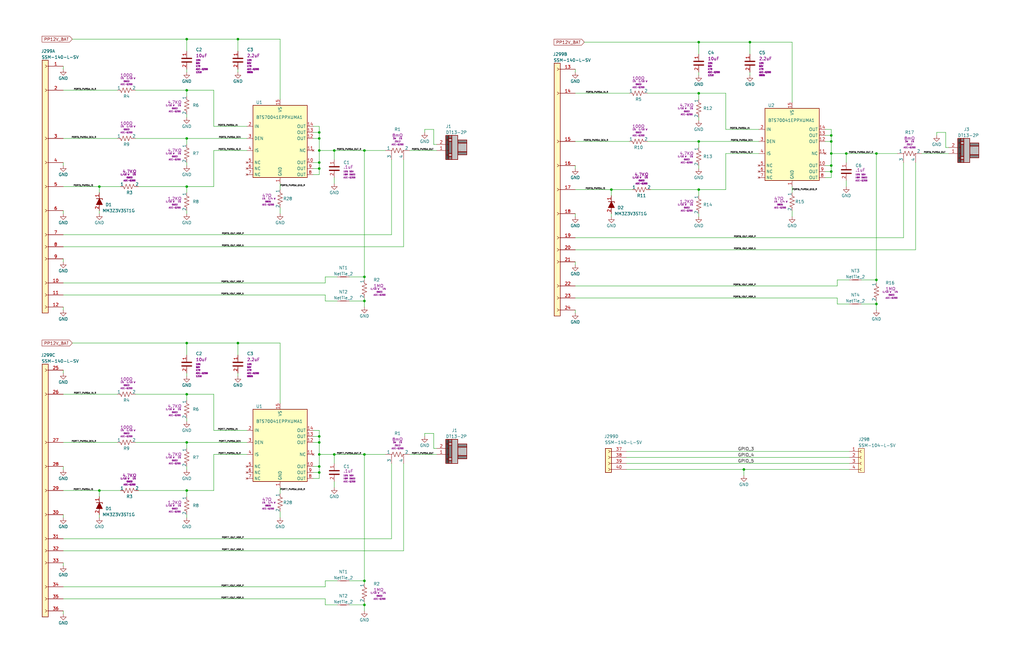
<source format=kicad_sch>
(kicad_sch (version 20231120) (generator "eeschema") (generator_version "8.0")
  (paper "B")
  (junction (at 153.67 116.84))
  (junction (at 350.52 59.69))
  (junction (at 294.64 17.78))
  (junction (at 134.62 55.88))
  (junction (at 78.74 144.78))
  (junction (at 134.62 186.69))
  (junction (at 41.91 207.01))
  (junction (at 313.69 198.12))
  (junction (at 294.64 80.01))
  (junction (at 78.74 38.1))
  (junction (at 369.57 118.11))
  (junction (at 134.62 196.85))
  (junction (at 153.67 63.5))
  (junction (at 369.57 128.27))
  (junction (at 153.67 191.77))
  (junction (at 140.97 63.5))
  (junction (at 134.62 191.77))
  (junction (at 100.33 144.78))
  (junction (at 78.74 207.01))
  (junction (at 134.62 199.39))
  (junction (at 350.52 69.85))
  (junction (at 153.67 255.27))
  (junction (at 78.74 78.74))
  (junction (at 78.74 16.51))
  (junction (at 140.97 191.77))
  (junction (at 134.62 71.12))
  (junction (at 78.74 58.42))
  (junction (at 294.64 39.37))
  (junction (at 294.64 59.69))
  (junction (at 257.81 80.01))
  (junction (at 350.52 72.39))
  (junction (at 134.62 63.5))
  (junction (at 153.67 245.11))
  (junction (at 41.91 78.74))
  (junction (at 350.52 57.15))
  (junction (at 350.52 64.77))
  (junction (at 356.87 64.77))
  (junction (at 316.23 17.78))
  (junction (at 153.67 127))
  (junction (at 78.74 166.37))
  (junction (at 134.62 184.15))
  (junction (at 100.33 16.51))
  (junction (at 369.57 64.77))
  (junction (at 78.74 186.69))
  (junction (at 134.62 68.58))
  (junction (at 134.62 58.42))
  (wire (pts (xy 242.57 120.65) (xy 353.06 120.65)))
  (wire (pts (xy 242.57 59.69) (xy 265.43 59.69)))
  (wire (pts (xy 353.06 118.11) (xy 353.06 120.65)))
  (wire (pts (xy 242.57 125.73) (xy 353.06 125.73)))
  (wire (pts (xy 353.06 128.27) (xy 353.06 125.73)))
  (wire (pts (xy 26.67 119.38) (xy 137.16 119.38)))
  (wire (pts (xy 90.17 191.77) (xy 104.14 191.77)))
  (wire (pts (xy 153.67 127) (xy 153.67 129.54)))
  (wire (pts (xy 165.1 99.06) (xy 165.1 67.31)))
  (wire (pts (xy 242.57 69.85) (xy 242.57 71.12)))
  (wire (pts (xy 26.67 257.81) (xy 26.67 259.08)))
  (wire (pts (xy 294.64 80.01) (xy 306.07 80.01)))
  (wire (pts (xy 134.62 186.69) (xy 134.62 184.15)))
  (wire (pts (xy 294.64 80.01) (xy 294.64 82.55)))
  (wire (pts (xy 132.08 71.12) (xy 134.62 71.12)))
  (wire (pts (xy 140.97 63.5) (xy 153.67 63.5)))
  (wire (pts (xy 57.15 186.69) (xy 78.74 186.69)))
  (wire (pts (xy 57.15 58.42) (xy 78.74 58.42)))
  (wire (pts (xy 242.57 90.17) (xy 242.57 91.44)))
  (wire (pts (xy 132.08 68.58) (xy 134.62 68.58)))
  (wire (pts (xy 134.62 184.15) (xy 134.62 181.61)))
  (wire (pts (xy 78.74 29.21) (xy 78.74 30.48)))
  (wire (pts (xy 58.42 207.01) (xy 78.74 207.01)))
  (wire (pts (xy 347.98 69.85) (xy 350.52 69.85)))
  (wire (pts (xy 369.57 64.77) (xy 378.46 64.77)))
  (wire (pts (xy 132.08 73.66) (xy 134.62 73.66)))
  (wire (pts (xy 26.67 124.46) (xy 137.16 124.46)))
  (wire (pts (xy 134.62 55.88) (xy 134.62 53.34)))
  (wire (pts (xy 316.23 30.48) (xy 316.23 31.75)))
  (wire (pts (xy 26.67 109.22) (xy 26.67 110.49)))
  (wire (pts (xy 41.91 217.17) (xy 41.91 218.44)))
  (wire (pts (xy 306.07 64.77) (xy 306.07 80.01)))
  (wire (pts (xy 153.67 191.77) (xy 153.67 245.11)))
  (wire (pts (xy 394.97 55.88) (xy 394.97 57.15)))
  (wire (pts (xy 100.33 144.78) (xy 100.33 149.86)))
  (wire (pts (xy 137.16 245.11) (xy 142.24 245.11)))
  (wire (pts (xy 90.17 191.77) (xy 90.17 207.01)))
  (wire (pts (xy 118.11 144.78) (xy 118.11 170.18)))
  (wire (pts (xy 90.17 63.5) (xy 104.14 63.5)))
  (wire (pts (xy 153.67 125.73) (xy 153.67 127)))
  (wire (pts (xy 356.87 64.77) (xy 369.57 64.77)))
  (wire (pts (xy 294.64 59.69) (xy 294.64 62.23)))
  (wire (pts (xy 137.16 255.27) (xy 142.24 255.27)))
  (wire (pts (xy 118.11 77.47) (xy 118.11 80.01)))
  (wire (pts (xy 26.67 207.01) (xy 41.91 207.01)))
  (wire (pts (xy 316.23 17.78) (xy 316.23 22.86)))
  (wire (pts (xy 26.67 156.21) (xy 26.67 157.48)))
  (wire (pts (xy 26.67 217.17) (xy 26.67 218.44)))
  (wire (pts (xy 334.01 88.9) (xy 334.01 91.44)))
  (wire (pts (xy 78.74 186.69) (xy 78.74 189.23)))
  (wire (pts (xy 132.08 186.69) (xy 134.62 186.69)))
  (wire (pts (xy 264.16 193.04) (xy 358.14 193.04)))
  (wire (pts (xy 353.06 118.11) (xy 358.14 118.11)))
  (wire (pts (xy 100.33 16.51) (xy 118.11 16.51)))
  (wire (pts (xy 182.88 182.88) (xy 179.07 182.88)))
  (wire (pts (xy 132.08 55.88) (xy 134.62 55.88)))
  (wire (pts (xy 356.87 64.77) (xy 356.87 68.58)))
  (wire (pts (xy 26.67 104.14) (xy 170.18 104.14)))
  (wire (pts (xy 274.32 80.01) (xy 294.64 80.01)))
  (wire (pts (xy 26.67 232.41) (xy 170.18 232.41)))
  (wire (pts (xy 100.33 144.78) (xy 118.11 144.78)))
  (wire (pts (xy 134.62 191.77) (xy 140.97 191.77)))
  (wire (pts (xy 78.74 157.48) (xy 78.74 158.75)))
  (wire (pts (xy 78.74 88.9) (xy 78.74 90.17)))
  (wire (pts (xy 134.62 53.34) (xy 132.08 53.34)))
  (wire (pts (xy 153.67 191.77) (xy 162.56 191.77)))
  (wire (pts (xy 78.74 38.1) (xy 90.17 38.1)))
  (wire (pts (xy 78.74 144.78) (xy 78.74 149.86)))
  (wire (pts (xy 90.17 38.1) (xy 90.17 53.34)))
  (wire (pts (xy 369.57 128.27) (xy 369.57 130.81)))
  (wire (pts (xy 294.64 30.48) (xy 294.64 31.75)))
  (wire (pts (xy 363.22 118.11) (xy 369.57 118.11)))
  (wire (pts (xy 118.11 205.74) (xy 118.11 208.28)))
  (wire (pts (xy 369.57 64.77) (xy 369.57 118.11)))
  (wire (pts (xy 140.97 191.77) (xy 140.97 195.58)))
  (wire (pts (xy 78.74 58.42) (xy 78.74 60.96)))
  (wire (pts (xy 78.74 196.85) (xy 78.74 198.12)))
  (wire (pts (xy 273.05 39.37) (xy 294.64 39.37)))
  (wire (pts (xy 78.74 78.74) (xy 90.17 78.74)))
  (wire (pts (xy 294.64 90.17) (xy 294.64 91.44)))
  (wire (pts (xy 313.69 198.12) (xy 358.14 198.12)))
  (wire (pts (xy 350.52 64.77) (xy 356.87 64.77)))
  (wire (pts (xy 57.15 166.37) (xy 78.74 166.37)))
  (wire (pts (xy 242.57 29.21) (xy 242.57 30.48)))
  (wire (pts (xy 306.07 54.61) (xy 320.04 54.61)))
  (wire (pts (xy 347.98 72.39) (xy 350.52 72.39)))
  (wire (pts (xy 26.67 237.49) (xy 26.67 238.76)))
  (wire (pts (xy 26.67 68.58) (xy 26.67 69.85)))
  (wire (pts (xy 132.08 184.15) (xy 134.62 184.15)))
  (wire (pts (xy 134.62 191.77) (xy 134.62 186.69)))
  (wire (pts (xy 386.08 105.41) (xy 386.08 68.58)))
  (wire (pts (xy 246.38 17.78) (xy 294.64 17.78)))
  (wire (pts (xy 350.52 54.61) (xy 347.98 54.61)))
  (wire (pts (xy 153.67 63.5) (xy 153.67 116.84)))
  (wire (pts (xy 41.91 78.74) (xy 50.8 78.74)))
  (wire (pts (xy 313.69 198.12) (xy 313.69 200.66)))
  (wire (pts (xy 294.64 39.37) (xy 306.07 39.37)))
  (wire (pts (xy 257.81 80.01) (xy 266.7 80.01)))
  (wire (pts (xy 353.06 128.27) (xy 358.14 128.27)))
  (wire (pts (xy 134.62 196.85) (xy 134.62 199.39)))
  (wire (pts (xy 182.88 189.23) (xy 184.15 189.23)))
  (wire (pts (xy 26.67 227.33) (xy 165.1 227.33)))
  (wire (pts (xy 170.18 232.41) (xy 170.18 195.58)))
  (wire (pts (xy 179.07 182.88) (xy 179.07 184.15)))
  (wire (pts (xy 57.15 38.1) (xy 78.74 38.1)))
  (wire (pts (xy 26.67 88.9) (xy 26.67 90.17)))
  (wire (pts (xy 140.97 74.93) (xy 140.97 77.47)))
  (wire (pts (xy 26.67 166.37) (xy 49.53 166.37)))
  (wire (pts (xy 347.98 57.15) (xy 350.52 57.15)))
  (wire (pts (xy 242.57 110.49) (xy 242.57 111.76)))
  (wire (pts (xy 147.32 245.11) (xy 153.67 245.11)))
  (wire (pts (xy 118.11 16.51) (xy 118.11 41.91)))
  (wire (pts (xy 137.16 255.27) (xy 137.16 252.73)))
  (wire (pts (xy 306.07 39.37) (xy 306.07 54.61)))
  (wire (pts (xy 100.33 29.21) (xy 100.33 30.48)))
  (wire (pts (xy 26.67 27.94) (xy 26.67 29.21)))
  (wire (pts (xy 356.87 76.2) (xy 356.87 78.74)))
  (wire (pts (xy 78.74 16.51) (xy 78.74 21.59)))
  (wire (pts (xy 398.78 62.23) (xy 398.78 55.88)))
  (wire (pts (xy 350.52 57.15) (xy 350.52 54.61)))
  (wire (pts (xy 78.74 68.58) (xy 78.74 69.85)))
  (wire (pts (xy 350.52 64.77) (xy 350.52 69.85)))
  (wire (pts (xy 140.97 191.77) (xy 153.67 191.77)))
  (wire (pts (xy 41.91 207.01) (xy 41.91 209.55)))
  (wire (pts (xy 179.07 54.61) (xy 179.07 55.88)))
  (wire (pts (xy 41.91 88.9) (xy 41.91 90.17)))
  (wire (pts (xy 242.57 105.41) (xy 386.08 105.41)))
  (wire (pts (xy 132.08 201.93) (xy 134.62 201.93)))
  (wire (pts (xy 170.18 104.14) (xy 170.18 67.31)))
  (wire (pts (xy 132.08 196.85) (xy 134.62 196.85)))
  (wire (pts (xy 182.88 60.96) (xy 184.15 60.96)))
  (wire (pts (xy 118.11 215.9) (xy 118.11 218.44)))
  (wire (pts (xy 257.81 90.17) (xy 257.81 91.44)))
  (wire (pts (xy 182.88 189.23) (xy 182.88 182.88)))
  (wire (pts (xy 242.57 130.81) (xy 242.57 132.08)))
  (wire (pts (xy 26.67 196.85) (xy 26.67 198.12)))
  (wire (pts (xy 350.52 59.69) (xy 350.52 57.15)))
  (wire (pts (xy 26.67 99.06) (xy 165.1 99.06)))
  (wire (pts (xy 134.62 68.58) (xy 134.62 71.12)))
  (wire (pts (xy 294.64 39.37) (xy 294.64 41.91)))
  (wire (pts (xy 134.62 63.5) (xy 134.62 58.42)))
  (wire (pts (xy 26.67 186.69) (xy 49.53 186.69)))
  (wire (pts (xy 78.74 16.51) (xy 100.33 16.51)))
  (wire (pts (xy 257.81 80.01) (xy 257.81 82.55)))
  (wire (pts (xy 78.74 207.01) (xy 78.74 209.55)))
  (wire (pts (xy 242.57 100.33) (xy 381 100.33)))
  (wire (pts (xy 78.74 166.37) (xy 90.17 166.37)))
  (wire (pts (xy 140.97 203.2) (xy 140.97 205.74)))
  (wire (pts (xy 134.62 63.5) (xy 140.97 63.5)))
  (wire (pts (xy 26.67 247.65) (xy 137.16 247.65)))
  (wire (pts (xy 264.16 195.58) (xy 358.14 195.58)))
  (wire (pts (xy 398.78 55.88) (xy 394.97 55.88)))
  (wire (pts (xy 334.01 78.74) (xy 334.01 81.28)))
  (wire (pts (xy 140.97 63.5) (xy 140.97 67.31)))
  (wire (pts (xy 381 100.33) (xy 381 68.58)))
  (wire (pts (xy 134.62 199.39) (xy 134.62 201.93)))
  (wire (pts (xy 363.22 128.27) (xy 369.57 128.27)))
  (wire (pts (xy 350.52 64.77) (xy 350.52 59.69)))
  (wire (pts (xy 334.01 17.78) (xy 334.01 43.18)))
  (wire (pts (xy 147.32 255.27) (xy 153.67 255.27)))
  (wire (pts (xy 137.16 116.84) (xy 137.16 119.38)))
  (wire (pts (xy 182.88 60.96) (xy 182.88 54.61)))
  (wire (pts (xy 118.11 87.63) (xy 118.11 90.17)))
  (wire (pts (xy 294.64 17.78) (xy 294.64 22.86)))
  (wire (pts (xy 153.67 116.84) (xy 153.67 118.11)))
  (wire (pts (xy 100.33 16.51) (xy 100.33 21.59)))
  (wire (pts (xy 153.67 245.11) (xy 153.67 246.38)))
  (wire (pts (xy 134.62 71.12) (xy 134.62 73.66)))
  (wire (pts (xy 78.74 58.42) (xy 104.14 58.42)))
  (wire (pts (xy 58.42 78.74) (xy 78.74 78.74)))
  (wire (pts (xy 294.64 49.53) (xy 294.64 50.8)))
  (wire (pts (xy 78.74 207.01) (xy 90.17 207.01)))
  (wire (pts (xy 78.74 166.37) (xy 78.74 168.91)))
  (wire (pts (xy 182.88 54.61) (xy 179.07 54.61)))
  (wire (pts (xy 316.23 17.78) (xy 334.01 17.78)))
  (wire (pts (xy 369.57 127) (xy 369.57 128.27)))
  (wire (pts (xy 294.64 17.78) (xy 316.23 17.78)))
  (wire (pts (xy 347.98 74.93) (xy 350.52 74.93)))
  (wire (pts (xy 153.67 63.5) (xy 162.56 63.5)))
  (wire (pts (xy 137.16 116.84) (xy 142.24 116.84)))
  (wire (pts (xy 78.74 78.74) (xy 78.74 81.28)))
  (wire (pts (xy 90.17 63.5) (xy 90.17 78.74)))
  (wire (pts (xy 153.67 254) (xy 153.67 255.27)))
  (wire (pts (xy 134.62 63.5) (xy 134.62 68.58)))
  (wire (pts (xy 165.1 227.33) (xy 165.1 195.58)))
  (wire (pts (xy 147.32 116.84) (xy 153.67 116.84)))
  (wire (pts (xy 134.62 191.77) (xy 134.62 196.85)))
  (wire (pts (xy 30.48 16.51) (xy 78.74 16.51)))
  (wire (pts (xy 350.52 72.39) (xy 350.52 74.93)))
  (wire (pts (xy 90.17 53.34) (xy 104.14 53.34)))
  (wire (pts (xy 294.64 69.85) (xy 294.64 71.12)))
  (wire (pts (xy 78.74 186.69) (xy 104.14 186.69)))
  (wire (pts (xy 264.16 190.5) (xy 358.14 190.5)))
  (wire (pts (xy 132.08 199.39) (xy 134.62 199.39)))
  (wire (pts (xy 78.74 48.26) (xy 78.74 49.53)))
  (wire (pts (xy 26.67 129.54) (xy 26.67 130.81)))
  (wire (pts (xy 306.07 64.77) (xy 320.04 64.77)))
  (wire (pts (xy 78.74 176.53) (xy 78.74 177.8)))
  (wire (pts (xy 134.62 181.61) (xy 132.08 181.61)))
  (wire (pts (xy 398.78 62.23) (xy 400.05 62.23)))
  (wire (pts (xy 172.72 191.77) (xy 184.15 191.77)))
  (wire (pts (xy 369.57 118.11) (xy 369.57 119.38)))
  (wire (pts (xy 78.74 38.1) (xy 78.74 40.64)))
  (wire (pts (xy 242.57 80.01) (xy 257.81 80.01)))
  (wire (pts (xy 137.16 127) (xy 142.24 127)))
  (wire (pts (xy 172.72 63.5) (xy 184.15 63.5)))
  (wire (pts (xy 78.74 217.17) (xy 78.74 218.44)))
  (wire (pts (xy 30.48 144.78) (xy 78.74 144.78)))
  (wire (pts (xy 137.16 245.11) (xy 137.16 247.65)))
  (wire (pts (xy 242.57 39.37) (xy 265.43 39.37)))
  (wire (pts (xy 388.62 64.77) (xy 400.05 64.77)))
  (wire (pts (xy 26.67 78.74) (xy 41.91 78.74)))
  (wire (pts (xy 347.98 59.69) (xy 350.52 59.69)))
  (wire (pts (xy 26.67 252.73) (xy 137.16 252.73)))
  (wire (pts (xy 137.16 127) (xy 137.16 124.46)))
  (wire (pts (xy 90.17 181.61) (xy 104.14 181.61)))
  (wire (pts (xy 273.05 59.69) (xy 294.64 59.69)))
  (wire (pts (xy 132.08 58.42) (xy 134.62 58.42)))
  (wire (pts (xy 26.67 38.1) (xy 49.53 38.1)))
  (wire (pts (xy 26.67 58.42) (xy 49.53 58.42)))
  (wire (pts (xy 147.32 127) (xy 153.67 127)))
  (wire (pts (xy 78.74 144.78) (xy 100.33 144.78)))
  (wire (pts (xy 100.33 157.48) (xy 100.33 158.75)))
  (wire (pts (xy 41.91 78.74) (xy 41.91 81.28)))
  (wire (pts (xy 264.16 198.12) (xy 313.69 198.12)))
  (wire (pts (xy 90.17 166.37) (xy 90.17 181.61)))
  (wire (pts (xy 350.52 69.85) (xy 350.52 72.39)))
  (wire (pts (xy 41.91 207.01) (xy 50.8 207.01)))
  (wire (pts (xy 134.62 58.42) (xy 134.62 55.88)))
  (wire (pts (xy 153.67 255.27) (xy 153.67 257.81)))
  (wire (pts (xy 294.64 59.69) (xy 320.04 59.69)))
  (label "PORT7_VOUT_MSR_N" (at 102.87 252.73 180) (effects (font (size 0.635 0.635))))
  (label "PORT7_PWRSW_OUT_R" (at 152.4 191.77 180) (effects (font (size 0.635 0.635))))
  (label "PORT5_IOUT_MSR_P" (at 102.87 99.06 180) (effects (font (size 0.635 0.635))))
  (label "PORT7_PWRSW_IS" (at 39.37 207.01 180) (effects (font (size 0.635 0.635))))
  (label "PORT6_PWRSW_IN" (at 316.23 54.61 180) (effects (font (size 0.635 0.635))))
  (label "PORT7_PWRSW_IS_R" (at 101.6 191.77 180) (effects (font (size 0.635 0.635))))
  (label "PORT6_PWRSW_OUT_R" (at 368.3 64.77 180) (effects (font (size 0.635 0.635))))
  (label "PORT6_PWRSW_DEN_R" (at 256.54 59.69 180) (effects (font (size 0.635 0.635))))
  (label "PORT6_PWRSW_IS" (at 255.27 80.01 180) (effects (font (size 0.635 0.635))))
  (label "PORT6_VOUT_MSR_P" (at 318.77 120.65 180) (effects (font (size 0.635 0.635))))
  (label "PORT7_PWRSW_OUT" (at 182.88 191.77 180) (effects (font (size 0.635 0.635))))
  (label "PORT5_PWRSW_DEN" (at 101.6 58.42 180) (effects (font (size 0.635 0.635))))
  (label "PORT7_PWRSW_IN_R" (at 40.64 166.37 180) (effects (font (size 0.635 0.635))))
  (label "PORT5_PWRSW_IS_R" (at 101.6 63.5 180) (effects (font (size 0.635 0.635))))
  (label "PORT7_PWRSW_DEN_R" (at 40.64 186.69 180) (effects (font (size 0.635 0.635))))
  (label "GPIO_3" (at 311.15 190.5 0))
  (label "PORT6_PWRSW_IS_R" (at 317.5 64.77 180) (effects (font (size 0.635 0.635))))
  (label "PORT5_IOUT_MSR_N" (at 102.87 104.14 180) (effects (font (size 0.635 0.635))))
  (label "GPIO_4" (at 311.15 193.04 0))
  (label "PORT5_PWRSW_OUT" (at 182.88 63.5 180) (effects (font (size 0.635 0.635))))
  (label "PORT5_VOUT_MSR_N" (at 102.87 124.46 180) (effects (font (size 0.635 0.635))))
  (label "PORT7_VOUT_MSR_P" (at 102.87 247.65 180) (effects (font (size 0.635 0.635))))
  (label "PORT5_VOUT_MSR_P" (at 102.87 119.38 180) (effects (font (size 0.635 0.635))))
  (label "PORT6_PWRSW_OUT" (at 398.78 64.77 180) (effects (font (size 0.635 0.635))))
  (label "PORT6_PWRSW_DEN" (at 317.5 59.69 180) (effects (font (size 0.635 0.635))))
  (label "PORT7_PWRSW_IN" (at 100.33 181.61 180) (effects (font (size 0.635 0.635))))
  (label "PORT7_PWRSW_DEN" (at 101.6 186.69 180) (effects (font (size 0.635 0.635))))
  (label "PORT5_PWRSW_DEN_R" (at 40.64 58.42 180) (effects (font (size 0.635 0.635))))
  (label "PORT5_PWRSW_IS" (at 39.37 78.74 180) (effects (font (size 0.635 0.635))))
  (label "PORT5_PWRSW_IN_R" (at 40.64 38.1 180) (effects (font (size 0.635 0.635))))
  (label "PORT5_PWRSW_IN" (at 100.33 53.34 180) (effects (font (size 0.635 0.635))))
  (label "PORT5_PWRSW_OUT_R" (at 152.4 63.5 180) (effects (font (size 0.635 0.635))))
  (label "GPIO_5" (at 311.15 195.58 0))
  (label "PORT6_PWRSW_IN_R" (at 256.54 39.37 180) (effects (font (size 0.635 0.635))))
  (label "PORT6_IOUT_MSR_N" (at 318.77 105.41 180) (effects (font (size 0.635 0.635))))
  (label "PORT7_IOUT_MSR_P" (at 102.87 227.33 180) (effects (font (size 0.635 0.635))))
  (label "PORT7_IOUT_MSR_N" (at 102.87 232.41 180) (effects (font (size 0.635 0.635))))
  (label "PORT7_PWRSW_GND_R" (at 118.11 207.01 0) (effects (font (size 0.635 0.635))))
  (label "PORT6_IOUT_MSR_P" (at 318.77 100.33 180) (effects (font (size 0.635 0.635))))
  (label "PORT5_PWRSW_GND_R" (at 118.11 78.74 0) (effects (font (size 0.635 0.635))))
  (label "PORT6_PWRSW_GND_R" (at 334.01 80.4221 0) (effects (font (size 0.635 0.635))))
  (label "PORT6_VOUT_MSR_N" (at 318.77 125.73 180) (effects (font (size 0.635 0.635))))
  (global_label "PP12V_BAT" (shape input) (at 246.38 17.78 180) (property "Intersheetrefs" "${INTERSHEET_REFS}" (effects (hide yes))))
  (global_label "PP12V_BAT" (shape input) (at 30.48 16.51 180) (property "Intersheetrefs" "${INTERSHEET_REFS}" (effects (hide yes))))
  (global_label "PP12V_BAT" (shape input) (at 30.48 144.78 180) (property "Intersheetrefs" "${INTERSHEET_REFS}" (effects (hide yes))))
  (symbol (lib_id "DO_POWER:GND") (at 394.97 57.15 0) (unit 1)
    (property "Reference" "#PWR040" (effects (hide yes)))
    (property "Value" "GND" (at 394.97 60.96 0))
  )
  (symbol (lib_name "BTS70041EPPXUMA1_1") (lib_id "DO_POWER_SWITCHES:BTS70041EPPXUMA1") (at 118.11 191.77 0) (unit 1)
    (property "Reference" "U1" (at 107.95 171.45 0) (effects (justify left)))
    (property "Value" "BTS70041EPPXUMA1" (at 107.95 177.8 0) (effects (justify left)))
    (property "Footprint" "Package_SO:Infineon_PG-TSDSO-14-22" (effects (hide yes)))
    (property "Datasheet" "https://www.infineon.com/dgdl/Infineon-BTS7004-1EPP-DataSheet-v01_10-EN.pdf?fileId=5546d4626102d35a016147550a725555" (effects (hide yes)))
  )
  (symbol (lib_id "DO_POWER:GND") (at 140.97 77.47 0) (unit 1)
    (property "Reference" "#PWR08" (effects (hide yes)))
    (property "Value" "GND" (at 140.97 81.28 0))
  )
  (symbol (lib_name "R_0603_1") (lib_id "DO_RESISTORS:R_0603") (at 54.61 207.01 0) (unit 1) (convert 2)
    (property "Reference" "R3" (at 54.61 209.55 0))
    (property "Value" "R_0603" (effects (hide yes)))
    (property "Package" "0603" (at 54.61 203.2 0) (effects (font (size 0.635 0.635))))
    (property "Resistance" "4.7KΩ" (at 54.61 200.66 0))
    (property "Tolerance" "1%" (at 55.88 201.93 0) (effects (font (size 0.635 0.635)) (justify left)))
    (property "Power" "1/10 W" (at 50.8 201.93 0) (effects (font (size 0.635 0.635)) (justify left)))
    (property "Rating" "AEC-Q200" (at 54.61 204.47 0) (effects (font (size 0.635 0.635))))
    (property "PN" "RMCF0603FT4K70" (effects (hide yes)))
    (property "MFR" "Stackpole Electronics Inc" (effects (hide yes)))
  )
  (symbol (lib_id "DO_POWER:GND") (at 294.64 71.12 0) (unit 1)
    (property "Reference" "#PWR019" (effects (hide yes)))
    (property "Value" "GND" (at 294.64 74.93 0))
  )
  (symbol (lib_id "DO_RESISTORS:R_0603") (at 369.57 123.19 0) (unit 1)
    (property "Reference" "R16" (at 373.38 119.38 0) (effects (justify left)))
    (property "Value" "R_0603" (effects (hide yes)))
    (property "Package" "0603" (at 374.65 124.46 0) (effects (font (size 0.635 0.635)) (justify left)))
    (property "Resistance" "1MΩ" (at 373.38 121.92 0) (effects (justify left)))
    (property "Tolerance" "1%" (at 377.19 123.19 0) (effects (font (size 0.635 0.635)) (justify left)))
    (property "Power" "1/10 W" (at 372.11 123.19 0) (effects (font (size 0.635 0.635)) (justify left)))
    (property "Rating" "AEC-Q200" (at 373.38 125.73 0) (effects (font (size 0.635 0.635)) (justify left)))
    (property "PN" "Part Number?" (effects (hide yes)))
  )
  (symbol (lib_name "C_1210_1") (lib_id "DO_CAPACITORS:C_1210") (at 78.74 153.67 0) (unit 1)
    (property "Reference" "C2" (at 82.55 149.225 0) (effects (justify left)))
    (property "Value" "C_1210" (effects (hide yes)))
    (property "Capacitance" "10uF" (at 82.55 151.765 0) (effects (justify left)))
    (property "Tolerance" "10%" (at 82.55 153.67 0) (effects (font (size 0.635 0.635)) (justify left)))
    (property "Voltage_Rated" "50V" (at 82.55 154.94 0) (effects (font (size 0.635 0.635)) (justify left)))
    (property "Temp_Coefficient" "X7R" (at 82.55 156.21 0) (effects (font (size 0.635 0.635)) (justify left)))
    (property "Rating" "AEC-Q200" (at 82.55 157.48 0) (effects (font (size 0.635 0.635)) (justify left)))
    (property "Package" "1210" (at 82.55 158.75 0) (effects (font (size 0.635 0.635)) (justify left)))
    (property "MFR" "TDK Corporation" (effects (hide yes)))
    (property "PN" "CNA6P1X7R1H106K250AE" (effects (hide yes)))
  )
  (symbol (lib_name "C_0603_1") (lib_id "DO_CAPACITORS:C_0603") (at 140.97 199.39 0) (unit 1)
    (property "Reference" "C1" (at 144.78 196.85 0) (effects (justify left)))
    (property "Value" "C_0603" (effects (hide yes)))
    (property "Datasheet" "https://product.tdk.com/en/system/files?file=dam/doc/product/capacitor/ceramic/mlcc/catalog/mlcc_automotive_hightemp_en.pdf" (effects (hide yes)))
    (property "Capacitance" ".1uF" (at 144.78 198.755 0) (effects (justify left)))
    (property "Tolerance" "10%" (at 144.78 200.66 0) (effects (font (size 0.635 0.635)) (justify left)))
    (property "Voltage_Rated" "50V" (at 147.32 200.66 0) (effects (font (size 0.635 0.635)) (justify left)))
    (property "Temp_Coefficient" "X8R" (at 144.78 201.93 0) (effects (font (size 0.635 0.635)) (justify left)))
    (property "Rating" "AEC-Q200" (at 144.78 203.2 0) (effects (font (size 0.635 0.635)) (justify left)))
    (property "Package" "0603" (at 147.32 201.93 0) (effects (font (size 0.635 0.635)) (justify left)))
    (property "MFR" "TDK Corporation" (effects (hide yes)))
    (property "PN" "CGA3E3X8R1H104K080AB" (effects (hide yes)))
  )
  (symbol (lib_id "DO_POWER:GND") (at 356.87 78.74 0) (unit 1)
    (property "Reference" "#PWR038" (effects (hide yes)))
    (property "Value" "GND" (at 356.87 82.55 0))
  )
  (symbol (lib_name "R_0603_1") (lib_id "DO_RESISTORS:R_0603") (at 78.74 64.77 0) (unit 1)
    (property "Reference" "R7" (at 82.55 64.77 0))
    (property "Value" "R_0603" (effects (hide yes)))
    (property "Package" "0603" (at 73.66 66.04 0) (effects (font (size 0.635 0.635))))
    (property "Resistance" "4.7KΩ" (at 73.66 63.5 0))
    (property "Tolerance" "1%" (at 74.93 64.77 0) (effects (font (size 0.635 0.635)) (justify left)))
    (property "Power" "1/10 W" (at 69.85 64.77 0) (effects (font (size 0.635 0.635)) (justify left)))
    (property "Rating" "AEC-Q200" (at 73.66 67.31 0) (effects (font (size 0.635 0.635))))
    (property "PN" "RMCF0603FT4K70" (effects (hide yes)))
    (property "MFR" "Stackpole Electronics Inc" (effects (hide yes)))
  )
  (symbol (lib_name "R_0603_1") (lib_id "DO_RESISTORS:R_0603") (at 270.51 80.01 0) (unit 1) (convert 2)
    (property "Reference" "R11" (at 270.51 82.55 0))
    (property "Value" "R_0603" (effects (hide yes)))
    (property "Package" "0603" (at 270.51 76.2 0) (effects (font (size 0.635 0.635))))
    (property "Resistance" "4.7KΩ" (at 270.51 73.66 0))
    (property "Tolerance" "1%" (at 271.78 74.93 0) (effects (font (size 0.635 0.635)) (justify left)))
    (property "Power" "1/10 W" (at 266.7 74.93 0) (effects (font (size 0.635 0.635)) (justify left)))
    (property "Rating" "AEC-Q200" (at 270.51 77.47 0) (effects (font (size 0.635 0.635))))
    (property "PN" "RMCF0603FT4K70" (effects (hide yes)))
    (property "MFR" "Stackpole Electronics Inc" (effects (hide yes)))
  )
  (symbol (lib_id "DO_POWER:GND") (at 242.57 132.08 0) (unit 1)
    (property "Reference" "#PWR030" (effects (hide yes)))
    (property "Value" "GND" (at 242.57 135.89 0))
  )
  (symbol (lib_id "DO_POWER:GND") (at 26.67 218.44 0) (unit 1)
    (property "Reference" "#PWR026" (effects (hide yes)))
    (property "Value" "GND" (at 26.67 222.25 0))
  )
  (symbol (lib_id "DO_POWER:GND") (at 26.67 90.17 0) (unit 1)
    (property "Reference" "#PWR026" (effects (hide yes)))
    (property "Value" "GND" (at 26.67 93.98 0))
  )
  (symbol (lib_name "R_0603_1") (lib_id "DO_RESISTORS:R_0603") (at 294.64 86.36 0) (unit 1)
    (property "Reference" "R14" (at 298.45 86.36 0))
    (property "Value" "R_0603" (effects (hide yes)))
    (property "Package" "0603" (at 289.56 87.63 0) (effects (font (size 0.635 0.635))))
    (property "Resistance" "1.2KΩ" (at 289.56 85.09 0))
    (property "Tolerance" "1%" (at 290.83 86.36 0) (effects (font (size 0.635 0.635)) (justify left)))
    (property "Power" "1/10 W" (at 285.75 86.36 0) (effects (font (size 0.635 0.635)) (justify left)))
    (property "Rating" "AEC-Q200" (at 289.56 88.9 0) (effects (font (size 0.635 0.635))))
    (property "PN" "RMCF0603FT1K20" (effects (hide yes)))
    (property "MFR" "Stackpole Electronics Inc" (effects (hide yes)))
  )
  (symbol (lib_id "DO_POWER:GND") (at 78.74 69.85 0) (unit 1)
    (property "Reference" "#PWR04" (effects (hide yes)))
    (property "Value" "GND" (at 78.74 73.66 0))
  )
  (symbol (lib_id "DO_POWER:GND") (at 294.64 50.8 0) (unit 1)
    (property "Reference" "#PWR018" (effects (hide yes)))
    (property "Value" "GND" (at 294.64 54.61 0))
  )
  (symbol (lib_name "R_0603_3") (lib_id "DO_RESISTORS:R_0603") (at 53.34 166.37 0) (unit 1) (convert 2)
    (property "Reference" "R4" (at 53.34 168.91 0))
    (property "Value" "R_0603" (effects (hide yes)))
    (property "Datasheet" "https://www.seielect.com/Catalog/SEI-RMCF_RMCP.pdf" (effects (hide yes)))
    (property "Package" "0603" (at 53.34 162.56 0) (effects (font (size 0.635 0.635))))
    (property "Resistance" "100Ω" (at 53.34 160.02 0))
    (property "Tolerance" "1%" (at 50.8 161.29 0) (effects (font (size 0.635 0.635)) (justify left)))
    (property "Power" "1/10 W" (at 53.34 161.29 0) (effects (font (size 0.635 0.635)) (justify left)))
    (property "Rating" "AEC-Q200" (at 53.34 163.83 0) (effects (font (size 0.635 0.635))))
    (property "PN" "RMCF0603FT100R" (effects (hide yes)))
    (property "MFR" "Stackpole Electronics Inc" (effects (hide yes)))
  )
  (symbol (lib_id "DO_CONNECTORS:DT13-2P") (at 406.4 63.5 0) (unit 1)
    (property "Reference" "J3" (at 406.4 54.61 0) (effects (justify left)))
    (property "Value" "DT13-2P" (at 403.86 57.15 0) (effects (justify left)))
    (property "Datasheet" "https://www.te.com/usa-en/product-DT13-2P.datasheet.pdf" (effects (hide yes)))
  )
  (symbol (lib_id "DO_POWER:GND") (at 26.67 69.85 0) (unit 1)
    (property "Reference" "#PWR023" (effects (hide yes)))
    (property "Value" "GND" (at 26.67 73.66 0))
  )
  (symbol (lib_id "DO_POWER:GND") (at 179.07 55.88 0) (unit 1)
    (property "Reference" "#PWR07" (effects (hide yes)))
    (property "Value" "GND" (at 179.07 59.69 0))
  )
  (symbol (lib_id "DO_POWER:GND") (at 118.11 218.44 0) (unit 1)
    (property "Reference" "#PWR02" (effects (hide yes)))
    (property "Value" "GND" (at 118.11 222.25 0))
  )
  (symbol (lib_id "DO_RESISTORS:R_2Term_Kelvin_Sense_2512_AEC-Q200") (at 383.54 64.77 0) (unit 1)
    (property "Reference" "R17" (at 383.54 55.88 0))
    (property "Value" "R_2Term_Kelvin_Sense_2512" (effects (hide yes)))
    (property "Package" "2512" (at 383.54 60.96 0) (effects (font (size 0.635 0.635))))
    (property "Power Rating" "3W" (at 382.27 59.69 0) (effects (font (size 0.635 0.635))))
    (property "Tolerance" "1%" (at 384.81 59.69 0) (effects (font (size 0.635 0.635))))
    (property "Rating" "AEC-Q200" (at 383.54 62.23 0) (effects (font (size 0.635 0.635))))
    (property "Resistance" "8mΩ" (at 383.54 58.42 0))
  )
  (symbol (lib_id "DO_POWER:GND") (at 26.67 29.21 0) (unit 1)
    (property "Reference" "#PWR021" (effects (hide yes)))
    (property "Value" "GND" (at 26.67 33.02 0))
  )
  (symbol (lib_id "DO_RESISTORS:R_0805") (at 334.01 85.09 0) (unit 1)
    (property "Reference" "R15" (at 335.28 85.09 0) (effects (justify left)))
    (property "Value" "R_0805" (effects (hide yes)))
    (property "Package" "0805" (at 327.66 86.36 0) (effects (font (size 0.635 0.635)) (justify left)))
    (property "Resistance" "47Ω" (at 326.39 83.82 0) (effects (justify left)))
    (property "Tolerance" "1%" (at 326.39 85.09 0) (effects (font (size 0.635 0.635)) (justify left)))
    (property "Power" "1/4 W" (at 328.93 85.09 0) (effects (font (size 0.635 0.635)) (justify left)))
    (property "Rating" "AEC-Q200" (at 326.39 87.63 0) (effects (font (size 0.635 0.635)) (justify left)))
    (property "MFR" "KOA SPEER ELECTRONICS INC." (effects (hide yes)))
    (property "PN" "RK73H2ATTD47R0F" (effects (hide yes)))
  )
  (symbol (lib_name "R_0603_3") (lib_id "DO_RESISTORS:R_0603") (at 53.34 58.42 0) (unit 1) (convert 2)
    (property "Reference" "R9" (at 53.34 60.96 0))
    (property "Value" "R_0603" (effects (hide yes)))
    (property "Datasheet" "https://www.seielect.com/Catalog/SEI-RMCF_RMCP.pdf" (effects (hide yes)))
    (property "Package" "0603" (at 53.34 54.61 0) (effects (font (size 0.635 0.635))))
    (property "Resistance" "100Ω" (at 53.34 52.07 0))
    (property "Tolerance" "1%" (at 50.8 53.34 0) (effects (font (size 0.635 0.635)) (justify left)))
    (property "Power" "1/10 W" (at 53.34 53.34 0) (effects (font (size 0.635 0.635)) (justify left)))
    (property "Rating" "AEC-Q200" (at 53.34 55.88 0) (effects (font (size 0.635 0.635))))
    (property "PN" "RMCF0603FT100R" (effects (hide yes)))
    (property "MFR" "Stackpole Electronics Inc" (effects (hide yes)))
  )
  (symbol (lib_id "DO_POWER:GND") (at 26.67 130.81 0) (unit 1)
    (property "Reference" "#PWR024" (effects (hide yes)))
    (property "Value" "GND" (at 26.67 134.62 0))
  )
  (symbol (lib_id "DO_DEVICES:NetTie_2") (at 144.78 255.27 0) (unit 1) (in_bom no)
    (property "Reference" "NT2" (at 144.78 251.46 0))
    (property "Value" "NetTie_2" (at 144.78 254 0))
  )
  (symbol (lib_id "DO_POWER:GND") (at 334.01 91.44 0) (unit 1)
    (property "Reference" "#PWR037" (effects (hide yes)))
    (property "Value" "GND" (at 334.01 95.25 0))
  )
  (symbol (lib_name "R_0603_3") (lib_id "DO_RESISTORS:R_0603") (at 269.24 39.37 0) (unit 1) (convert 2)
    (property "Reference" "R5" (at 269.24 41.91 0))
    (property "Value" "R_0603" (effects (hide yes)))
    (property "Datasheet" "https://www.seielect.com/Catalog/SEI-RMCF_RMCP.pdf" (effects (hide yes)))
    (property "Package" "0603" (at 269.24 35.56 0) (effects (font (size 0.635 0.635))))
    (property "Resistance" "100Ω" (at 269.24 33.02 0))
    (property "Tolerance" "1%" (at 266.7 34.29 0) (effects (font (size 0.635 0.635)) (justify left)))
    (property "Power" "1/10 W" (at 269.24 34.29 0) (effects (font (size 0.635 0.635)) (justify left)))
    (property "Rating" "AEC-Q200" (at 269.24 36.83 0) (effects (font (size 0.635 0.635))))
    (property "PN" "RMCF0603FT100R" (effects (hide yes)))
    (property "MFR" "Stackpole Electronics Inc" (effects (hide yes)))
  )
  (symbol (lib_id "DO_POWER:GND") (at 242.57 91.44 0) (unit 1)
    (property "Reference" "#PWR028" (effects (hide yes)))
    (property "Value" "GND" (at 242.57 95.25 0))
  )
  (symbol (lib_id "DO_POWER:GND") (at 140.97 205.74 0) (unit 1)
    (property "Reference" "#PWR08" (effects (hide yes)))
    (property "Value" "GND" (at 140.97 209.55 0))
  )
  (symbol (lib_name "DO_Conn_01x40_Socket_1") (lib_id "DO_CONNECTORS:DO_Conn_01x40_Socket") (at 234.95 90.17 0) (mirror y) (unit 2)
    (property "Reference" "J299" (at 236.22 22.86 0))
    (property "Value" "SSM-140-L-SV" (at 241.3 25.4 0))
    (property "Datasheet" "https://suddendocs.samtec.com/catalog_english/a-ssm_sm.pdf" (effects (hide yes)))
    (property "MFR" "Samtec Inc." (effects (hide yes)))
    (property "PN" "SSM-140-L-SV" (effects (hide yes)))
  )
  (symbol (lib_id "DO_POWER:GND") (at 78.74 198.12 0) (unit 1)
    (property "Reference" "#PWR04" (effects (hide yes)))
    (property "Value" "GND" (at 78.74 201.93 0))
  )
  (symbol (lib_name "C_0603_1") (lib_id "DO_CAPACITORS:C_0603") (at 356.87 72.39 0) (unit 1)
    (property "Reference" "C6" (at 360.68 69.85 0) (effects (justify left)))
    (property "Value" "C_0603" (effects (hide yes)))
    (property "Datasheet" "https://product.tdk.com/en/system/files?file=dam/doc/product/capacitor/ceramic/mlcc/catalog/mlcc_automotive_hightemp_en.pdf" (effects (hide yes)))
    (property "Capacitance" ".1uF" (at 360.68 71.755 0) (effects (justify left)))
    (property "Tolerance" "10%" (at 360.68 73.66 0) (effects (font (size 0.635 0.635)) (justify left)))
    (property "Voltage_Rated" "50V" (at 363.22 73.66 0) (effects (font (size 0.635 0.635)) (justify left)))
    (property "Temp_Coefficient" "X8R" (at 360.68 74.93 0) (effects (font (size 0.635 0.635)) (justify left)))
    (property "Rating" "AEC-Q200" (at 360.68 76.2 0) (effects (font (size 0.635 0.635)) (justify left)))
    (property "Package" "0603" (at 363.22 74.93 0) (effects (font (size 0.635 0.635)) (justify left)))
    (property "MFR" "TDK Corporation" (effects (hide yes)))
    (property "PN" "CGA3E3X8R1H104K080AB" (effects (hide yes)))
  )
  (symbol (lib_name "R_0603_1") (lib_id "DO_RESISTORS:R_0603") (at 294.64 45.72 0) (unit 1)
    (property "Reference" "R12" (at 298.45 45.72 0))
    (property "Value" "R_0603" (effects (hide yes)))
    (property "Package" "0603" (at 289.56 46.99 0) (effects (font (size 0.635 0.635))))
    (property "Resistance" "4.7KΩ" (at 289.56 44.45 0))
    (property "Tolerance" "1%" (at 290.83 45.72 0) (effects (font (size 0.635 0.635)) (justify left)))
    (property "Power" "1/10 W" (at 285.75 45.72 0) (effects (font (size 0.635 0.635)) (justify left)))
    (property "Rating" "AEC-Q200" (at 289.56 48.26 0) (effects (font (size 0.635 0.635))))
    (property "PN" "RMCF0603FT4K70" (effects (hide yes)))
    (property "MFR" "Stackpole Electronics Inc" (effects (hide yes)))
  )
  (symbol (lib_id "DO_DEVICES:NetTie_2") (at 144.78 245.11 0) (unit 1) (in_bom no)
    (property "Reference" "NT1" (at 144.78 241.3 0))
    (property "Value" "NetTie_2" (at 144.78 243.84 0))
  )
  (symbol (lib_name "BTS70041EPPXUMA1_1") (lib_id "DO_POWER_SWITCHES:BTS70041EPPXUMA1") (at 118.11 63.5 0) (unit 1)
    (property "Reference" "U1" (at 107.95 43.18 0) (effects (justify left)))
    (property "Value" "BTS70041EPPXUMA1" (at 107.95 49.53 0) (effects (justify left)))
    (property "Footprint" "Package_SO:Infineon_PG-TSDSO-14-22" (effects (hide yes)))
    (property "Datasheet" "https://www.infineon.com/dgdl/Infineon-BTS7004-1EPP-DataSheet-v01_10-EN.pdf?fileId=5546d4626102d35a016147550a725555" (effects (hide yes)))
  )
  (symbol (lib_id "DO_POWER:GND") (at 313.69 200.66 0) (unit 1)
    (property "Reference" "#PWR039" (effects (hide yes)))
    (property "Value" "GND" (at 313.69 204.47 0))
  )
  (symbol (lib_id "DO_DEVICES:NetTie_2") (at 360.68 128.27 0) (unit 1) (in_bom no)
    (property "Reference" "NT4" (at 360.68 124.46 0))
    (property "Value" "NetTie_2" (at 360.68 127 0))
  )
  (symbol (lib_id "DO_DEVICES:NetTie_2") (at 144.78 127 0) (unit 1) (in_bom no)
    (property "Reference" "NT2" (at 144.78 123.19 0))
    (property "Value" "NetTie_2" (at 144.78 125.73 0))
  )
  (symbol (lib_name "C_0805_1") (lib_id "DO_CAPACITORS:C_0805") (at 100.33 153.67 0) (unit 1)
    (property "Reference" "C3" (at 104.14 149.225 0) (effects (justify left)))
    (property "Value" "C_0805" (effects (hide yes)))
    (property "Datasheet" "https://product.tdk.com/en/system/files?file=dam/doc/product/capacitor/ceramic/mlcc/catalog/mlcc_automotive_soft_en.pdf" (effects (hide yes)))
    (property "Capacitance" "2.2uF" (at 104.14 151.765 0) (effects (justify left)))
    (property "Tolerance" "10%" (at 104.14 153.67 0) (effects (font (size 0.635 0.635)) (justify left)))
    (property "Voltage_Rated" "50V" (at 104.14 154.94 0) (effects (font (size 0.635 0.635)) (justify left)))
    (property "Temp_Coefficient" "X7R" (at 104.14 156.21 0) (effects (font (size 0.635 0.635)) (justify left)))
    (property "Rating" "AEC-Q200" (at 104.14 157.48 0) (effects (font (size 0.635 0.635)) (justify left)))
    (property "Package" "0805" (at 104.14 158.75 0) (effects (font (size 0.635 0.635)) (justify left)))
    (property "MFR" "TDK Corporation" (effects (hide yes)))
    (property "PN" "CGA4J3X7R1H225K125AE" (effects (hide yes)))
  )
  (symbol (lib_name "BTS70041EPPXUMA1_1") (lib_id "DO_POWER_SWITCHES:BTS70041EPPXUMA1") (at 334.01 64.77 0) (unit 1)
    (property "Reference" "U2" (at 323.85 44.45 0) (effects (justify left)))
    (property "Value" "BTS70041EPPXUMA1" (at 323.85 50.8 0) (effects (justify left)))
    (property "Footprint" "Package_SO:Infineon_PG-TSDSO-14-22" (effects (hide yes)))
    (property "Datasheet" "https://www.infineon.com/dgdl/Infineon-BTS7004-1EPP-DataSheet-v01_10-EN.pdf?fileId=5546d4626102d35a016147550a725555" (effects (hide yes)))
  )
  (symbol (lib_id "DO_POWER:GND") (at 78.74 30.48 0) (unit 1)
    (property "Reference" "#PWR010" (effects (hide yes)))
    (property "Value" "GND" (at 78.74 34.29 0))
  )
  (symbol (lib_name "R_0603_1") (lib_id "DO_RESISTORS:R_0603") (at 78.74 213.36 0) (unit 1)
    (property "Reference" "R8" (at 82.55 213.36 0))
    (property "Value" "R_0603" (effects (hide yes)))
    (property "Package" "0603" (at 73.66 214.63 0) (effects (font (size 0.635 0.635))))
    (property "Resistance" "1.2KΩ" (at 73.66 212.09 0))
    (property "Tolerance" "1%" (at 74.93 213.36 0) (effects (font (size 0.635 0.635)) (justify left)))
    (property "Power" "1/10 W" (at 69.85 213.36 0) (effects (font (size 0.635 0.635)) (justify left)))
    (property "Rating" "AEC-Q200" (at 73.66 215.9 0) (effects (font (size 0.635 0.635))))
    (property "PN" "RMCF0603FT1K20" (effects (hide yes)))
    (property "MFR" "Stackpole Electronics Inc" (effects (hide yes)))
  )
  (symbol (lib_id "DO_POWER:GND") (at 78.74 177.8 0) (unit 1)
    (property "Reference" "#PWR03" (effects (hide yes)))
    (property "Value" "GND" (at 78.74 181.61 0))
  )
  (symbol (lib_id "DO_POWER:GND") (at 294.64 91.44 0) (unit 1)
    (property "Reference" "#PWR020" (effects (hide yes)))
    (property "Value" "GND" (at 294.64 95.25 0))
  )
  (symbol (lib_name "R_0603_3") (lib_id "DO_RESISTORS:R_0603") (at 53.34 186.69 0) (unit 1) (convert 2)
    (property "Reference" "R9" (at 53.34 189.23 0))
    (property "Value" "R_0603" (effects (hide yes)))
    (property "Datasheet" "https://www.seielect.com/Catalog/SEI-RMCF_RMCP.pdf" (effects (hide yes)))
    (property "Package" "0603" (at 53.34 182.88 0) (effects (font (size 0.635 0.635))))
    (property "Resistance" "100Ω" (at 53.34 180.34 0))
    (property "Tolerance" "1%" (at 50.8 181.61 0) (effects (font (size 0.635 0.635)) (justify left)))
    (property "Power" "1/10 W" (at 53.34 181.61 0) (effects (font (size 0.635 0.635)) (justify left)))
    (property "Rating" "AEC-Q200" (at 53.34 184.15 0) (effects (font (size 0.635 0.635))))
    (property "PN" "RMCF0603FT100R" (effects (hide yes)))
    (property "MFR" "Stackpole Electronics Inc" (effects (hide yes)))
  )
  (symbol (lib_id "DO_POWER:GND") (at 118.11 90.17 0) (unit 1)
    (property "Reference" "#PWR02" (effects (hide yes)))
    (property "Value" "GND" (at 118.11 93.98 0))
  )
  (symbol (lib_name "C_1210_1") (lib_id "DO_CAPACITORS:C_1210") (at 294.64 26.67 0) (unit 1)
    (property "Reference" "C4" (at 298.45 22.225 0) (effects (justify left)))
    (property "Value" "C_1210" (effects (hide yes)))
    (property "Capacitance" "10uF" (at 298.45 24.765 0) (effects (justify left)))
    (property "Tolerance" "10%" (at 298.45 26.67 0) (effects (font (size 0.635 0.635)) (justify left)))
    (property "Voltage_Rated" "50V" (at 298.45 27.94 0) (effects (font (size 0.635 0.635)) (justify left)))
    (property "Temp_Coefficient" "X7R" (at 298.45 29.21 0) (effects (font (size 0.635 0.635)) (justify left)))
    (property "Rating" "AEC-Q200" (at 298.45 30.48 0) (effects (font (size 0.635 0.635)) (justify left)))
    (property "Package" "1210" (at 298.45 31.75 0) (effects (font (size 0.635 0.635)) (justify left)))
    (property "MFR" "TDK Corporation" (effects (hide yes)))
    (property "PN" "CNA6P1X7R1H106K250AE" (effects (hide yes)))
  )
  (symbol (lib_name "DO_Conn_01x40_Socket_1") (lib_id "DO_CONNECTORS:DO_Conn_01x40_Socket") (at 19.05 217.17 0) (mirror y) (unit 3)
    (property "Reference" "J299" (at 20.32 149.86 0))
    (property "Value" "SSM-140-L-SV" (at 25.4 152.4 0))
    (property "Datasheet" "https://suddendocs.samtec.com/catalog_english/a-ssm_sm.pdf" (effects (hide yes)))
    (property "MFR" "Samtec Inc." (effects (hide yes)))
    (property "PN" "SSM-140-L-SV" (effects (hide yes)))
  )
  (symbol (lib_id "DO_CONNECTORS:DT13-2P") (at 190.5 62.23 0) (unit 1)
    (property "Reference" "J1" (at 187.96 53.34 0) (effects (justify left)))
    (property "Value" "DT13-2P" (at 187.96 55.88 0) (effects (justify left)))
    (property "Datasheet" "https://www.te.com/usa-en/product-DT13-2P.datasheet.pdf" (effects (hide yes)))
  )
  (symbol (lib_id "DO_RESISTORS:R_2Term_Kelvin_Sense_2512_AEC-Q200") (at 167.64 63.5 0) (unit 1)
    (property "Reference" "R1" (at 167.64 54.61 0))
    (property "Value" "R_2Term_Kelvin_Sense_2512" (effects (hide yes)))
    (property "Package" "2512" (at 167.64 59.69 0) (effects (font (size 0.635 0.635))))
    (property "Power Rating" "3W" (at 166.37 58.42 0) (effects (font (size 0.635 0.635))))
    (property "Tolerance" "1%" (at 168.91 58.42 0) (effects (font (size 0.635 0.635))))
    (property "Rating" "AEC-Q200" (at 167.64 60.96 0) (effects (font (size 0.635 0.635))))
    (property "Resistance" "8mΩ" (at 167.64 57.15 0))
  )
  (symbol (lib_id "DO_POWER:GND") (at 41.91 90.17 0) (unit 1)
    (property "Reference" "#PWR06" (effects (hide yes)))
    (property "Value" "GND" (at 41.91 93.98 0))
  )
  (symbol (lib_name "DO_Conn_01x40_Socket_1") (lib_id "DO_CONNECTORS:DO_Conn_01x40_Socket") (at 256.54 194.31 0) (mirror y) (unit 4)
    (property "Reference" "J299" (at 257.81 184.15 0))
    (property "Value" "SSM-140-L-SV" (at 262.89 186.69 0))
    (property "Datasheet" "https://suddendocs.samtec.com/catalog_english/a-ssm_sm.pdf" (effects (hide yes)))
    (property "MFR" "Samtec Inc." (effects (hide yes)))
    (property "PN" "SSM-140-L-SV" (effects (hide yes)))
  )
  (symbol (lib_id "DO_POWER:GND") (at 242.57 30.48 0) (unit 1)
    (property "Reference" "#PWR022" (effects (hide yes)))
    (property "Value" "GND" (at 242.57 34.29 0))
  )
  (symbol (lib_name "R_0603_1") (lib_id "DO_RESISTORS:R_0603") (at 78.74 85.09 0) (unit 1)
    (property "Reference" "R8" (at 82.55 85.09 0))
    (property "Value" "R_0603" (effects (hide yes)))
    (property "Package" "0603" (at 73.66 86.36 0) (effects (font (size 0.635 0.635))))
    (property "Resistance" "1.2KΩ" (at 73.66 83.82 0))
    (property "Tolerance" "1%" (at 74.93 85.09 0) (effects (font (size 0.635 0.635)) (justify left)))
    (property "Power" "1/10 W" (at 69.85 85.09 0) (effects (font (size 0.635 0.635)) (justify left)))
    (property "Rating" "AEC-Q200" (at 73.66 87.63 0) (effects (font (size 0.635 0.635))))
    (property "PN" "RMCF0603FT1K20" (effects (hide yes)))
    (property "MFR" "Stackpole Electronics Inc" (effects (hide yes)))
  )
  (symbol (lib_id "DO_POWER:GND") (at 78.74 90.17 0) (unit 1)
    (property "Reference" "#PWR05" (effects (hide yes)))
    (property "Value" "GND" (at 78.74 93.98 0))
  )
  (symbol (lib_name "C_0603_1") (lib_id "DO_CAPACITORS:C_0603") (at 140.97 71.12 0) (unit 1)
    (property "Reference" "C1" (at 144.78 68.58 0) (effects (justify left)))
    (property "Value" "C_0603" (effects (hide yes)))
    (property "Datasheet" "https://product.tdk.com/en/system/files?file=dam/doc/product/capacitor/ceramic/mlcc/catalog/mlcc_automotive_hightemp_en.pdf" (effects (hide yes)))
    (property "Capacitance" ".1uF" (at 144.78 70.485 0) (effects (justify left)))
    (property "Tolerance" "10%" (at 144.78 72.39 0) (effects (font (size 0.635 0.635)) (justify left)))
    (property "Voltage_Rated" "50V" (at 147.32 72.39 0) (effects (font (size 0.635 0.635)) (justify left)))
    (property "Temp_Coefficient" "X8R" (at 144.78 73.66 0) (effects (font (size 0.635 0.635)) (justify left)))
    (property "Rating" "AEC-Q200" (at 144.78 74.93 0) (effects (font (size 0.635 0.635)) (justify left)))
    (property "Package" "0603" (at 147.32 73.66 0) (effects (font (size 0.635 0.635)) (justify left)))
    (property "MFR" "TDK Corporation" (effects (hide yes)))
    (property "PN" "CGA3E3X8R1H104K080AB" (effects (hide yes)))
  )
  (symbol (lib_id "DO_POWER:GND") (at 316.23 31.75 0) (unit 1)
    (property "Reference" "#PWR036" (effects (hide yes)))
    (property "Value" "GND" (at 316.23 35.56 0))
  )
  (symbol (lib_id "DO_POWER:GND") (at 78.74 218.44 0) (unit 1)
    (property "Reference" "#PWR05" (effects (hide yes)))
    (property "Value" "GND" (at 78.74 222.25 0))
  )
  (symbol (lib_id "DO_CONNECTORS:DO_Conn_01x04_Socket") (at 363.22 194.31 0) (unit 1)
    (property "Reference" "J298" (at 361.95 185.42 0) (effects (justify left)))
    (property "Value" "SSM-104-L-SV" (at 361.95 187.96 0) (effects (justify left)))
    (property "Datasheet" "http://suddendocs.samtec.com/catalog_english/ssm_sm.pdf" (effects (hide yes)))
    (property "MFR" "Samtec Inc." (effects (hide yes)))
    (property "PN" "SSM-104-L-SV" (effects (hide yes)))
  )
  (symbol (lib_id "DO_POWER:GND") (at 257.81 91.44 0) (unit 1)
    (property "Reference" "#PWR016" (effects (hide yes)))
    (property "Value" "GND" (at 257.81 95.25 0))
  )
  (symbol (lib_id "DO_POWER:GND") (at 26.67 238.76 0) (unit 1)
    (property "Reference" "#PWR025" (effects (hide yes)))
    (property "Value" "GND" (at 26.67 242.57 0))
  )
  (symbol (lib_id "DO_POWER:GND") (at 179.07 184.15 0) (unit 1)
    (property "Reference" "#PWR07" (effects (hide yes)))
    (property "Value" "GND" (at 179.07 187.96 0))
  )
  (symbol (lib_id "DO_POWER:GND") (at 294.64 31.75 0) (unit 1)
    (property "Reference" "#PWR017" (effects (hide yes)))
    (property "Value" "GND" (at 294.64 35.56 0))
  )
  (symbol (lib_id "DO_POWER:GND") (at 100.33 30.48 0) (unit 1)
    (property "Reference" "#PWR09" (effects (hide yes)))
    (property "Value" "GND" (at 100.33 34.29 0))
  )
  (symbol (lib_id "DO_POWER:GND") (at 153.67 129.54 0) (unit 1)
    (property "Reference" "#PWR01" (effects (hide yes)))
    (property "Value" "GND" (at 153.67 133.35 0))
  )
  (symbol (lib_name "C_1210_1") (lib_id "DO_CAPACITORS:C_1210") (at 78.74 25.4 0) (unit 1)
    (property "Reference" "C2" (at 82.55 20.955 0) (effects (justify left)))
    (property "Value" "C_1210" (effects (hide yes)))
    (property "Capacitance" "10uF" (at 82.55 23.495 0) (effects (justify left)))
    (property "Tolerance" "10%" (at 82.55 25.4 0) (effects (font (size 0.635 0.635)) (justify left)))
    (property "Voltage_Rated" "50V" (at 82.55 26.67 0) (effects (font (size 0.635 0.635)) (justify left)))
    (property "Temp_Coefficient" "X7R" (at 82.55 27.94 0) (effects (font (size 0.635 0.635)) (justify left)))
    (property "Rating" "AEC-Q200" (at 82.55 29.21 0) (effects (font (size 0.635 0.635)) (justify left)))
    (property "Package" "1210" (at 82.55 30.48 0) (effects (font (size 0.635 0.635)) (justify left)))
    (property "MFR" "TDK Corporation" (effects (hide yes)))
    (property "PN" "CNA6P1X7R1H106K250AE" (effects (hide yes)))
  )
  (symbol (lib_id "DO_POWER:GND") (at 26.67 198.12 0) (unit 1)
    (property "Reference" "#PWR023" (effects (hide yes)))
    (property "Value" "GND" (at 26.67 201.93 0))
  )
  (symbol (lib_id "DO_POWER:GND") (at 78.74 49.53 0) (unit 1)
    (property "Reference" "#PWR03" (effects (hide yes)))
    (property "Value" "GND" (at 78.74 53.34 0))
  )
  (symbol (lib_id "DO_POWER:GND") (at 78.74 158.75 0) (unit 1)
    (property "Reference" "#PWR010" (effects (hide yes)))
    (property "Value" "GND" (at 78.74 162.56 0))
  )
  (symbol (lib_name "C_0805_1") (lib_id "DO_CAPACITORS:C_0805") (at 100.33 25.4 0) (unit 1)
    (property "Reference" "C3" (at 104.14 20.955 0) (effects (justify left)))
    (property "Value" "C_0805" (effects (hide yes)))
    (property "Datasheet" "https://product.tdk.com/en/system/files?file=dam/doc/product/capacitor/ceramic/mlcc/catalog/mlcc_automotive_soft_en.pdf" (effects (hide yes)))
    (property "Capacitance" "2.2uF" (at 104.14 23.495 0) (effects (justify left)))
    (property "Tolerance" "10%" (at 104.14 25.4 0) (effects (font (size 0.635 0.635)) (justify left)))
    (property "Voltage_Rated" "50V" (at 104.14 26.67 0) (effects (font (size 0.635 0.635)) (justify left)))
    (property "Temp_Coefficient" "X7R" (at 104.14 27.94 0) (effects (font (size 0.635 0.635)) (justify left)))
    (property "Rating" "AEC-Q200" (at 104.14 29.21 0) (effects (font (size 0.635 0.635)) (justify left)))
    (property "Package" "0805" (at 104.14 30.48 0) (effects (font (size 0.635 0.635)) (justify left)))
    (property "MFR" "TDK Corporation" (effects (hide yes)))
    (property "PN" "CGA4J3X7R1H225K125AE" (effects (hide yes)))
  )
  (symbol (lib_id "DO_DEVICES:NetTie_2") (at 360.68 118.11 0) (unit 1) (in_bom no)
    (property "Reference" "NT3" (at 360.68 114.3 0))
    (property "Value" "NetTie_2" (at 360.68 116.84 0))
  )
  (symbol (lib_name "R_0603_1") (lib_id "DO_RESISTORS:R_0603") (at 294.64 66.04 0) (unit 1)
    (property "Reference" "R13" (at 298.45 66.04 0))
    (property "Value" "R_0603" (effects (hide yes)))
    (property "Package" "0603" (at 289.56 67.31 0) (effects (font (size 0.635 0.635))))
    (property "Resistance" "4.7KΩ" (at 289.56 64.77 0))
    (property "Tolerance" "1%" (at 290.83 66.04 0) (effects (font (size 0.635 0.635)) (justify left)))
    (property "Power" "1/10 W" (at 285.75 66.04 0) (effects (font (size 0.635 0.635)) (justify left)))
    (property "Rating" "AEC-Q200" (at 289.56 68.58 0) (effects (font (size 0.635 0.635))))
    (property "PN" "RMCF0603FT4K70" (effects (hide yes)))
    (property "MFR" "Stackpole Electronics Inc" (effects (hide yes)))
  )
  (symbol (lib_name "R_0603_1") (lib_id "DO_RESISTORS:R_0603") (at 78.74 44.45 0) (unit 1)
    (property "Reference" "R6" (at 82.55 44.45 0))
    (property "Value" "R_0603" (effects (hide yes)))
    (property "Package" "0603" (at 73.66 45.72 0) (effects (font (size 0.635 0.635))))
    (property "Resistance" "4.7KΩ" (at 73.66 43.18 0))
    (property "Tolerance" "1%" (at 74.93 44.45 0) (effects (font (size 0.635 0.635)) (justify left)))
    (property "Power" "1/10 W" (at 69.85 44.45 0) (effects (font (size 0.635 0.635)) (justify left)))
    (property "Rating" "AEC-Q200" (at 73.66 46.99 0) (effects (font (size 0.635 0.635))))
    (property "PN" "RMCF0603FT4K70" (effects (hide yes)))
    (property "MFR" "Stackpole Electronics Inc" (effects (hide yes)))
  )
  (symbol (lib_name "D_MM3Z3V3ST1G_1") (lib_id "DO_DIODES:D_MM3Z3V3ST1G") (at 41.91 213.36 270) (unit 1)
    (property "Reference" "D1" (at 44.45 214.63 90) (effects (justify left)))
    (property "Value" "MM3Z3V3ST1G" (at 43.18 217.17 90) (effects (justify left)))
    (property "Datasheet" "https://www.onsemi.com/pdf/datasheet/mm3z2v4st1-d.pdf" (effects (hide yes)))
    (property "MFR" "onsemi" (effects (hide yes)))
    (property "PN" "MM3Z3V3ST1G" (effects (hide yes)))
  )
  (symbol (lib_name "D_MM3Z3V3ST1G_1") (lib_id "DO_DIODES:D_MM3Z3V3ST1G") (at 41.91 85.09 270) (unit 1)
    (property "Reference" "D1" (at 44.45 86.36 90) (effects (justify left)))
    (property "Value" "MM3Z3V3ST1G" (at 43.18 88.9 90) (effects (justify left)))
    (property "Datasheet" "https://www.onsemi.com/pdf/datasheet/mm3z2v4st1-d.pdf" (effects (hide yes)))
    (property "MFR" "onsemi" (effects (hide yes)))
    (property "PN" "MM3Z3V3ST1G" (effects (hide yes)))
  )
  (symbol (lib_id "DO_POWER:GND") (at 369.57 130.81 0) (unit 1)
    (property "Reference" "#PWR039" (effects (hide yes)))
    (property "Value" "GND" (at 369.57 134.62 0))
  )
  (symbol (lib_id "DO_CONNECTORS:DO_Conn_01x40_Socket") (at 19.05 88.9 0) (mirror y) (unit 1)
    (property "Reference" "J299" (at 20.32 21.59 0))
    (property "Value" "SSM-140-L-SV" (at 25.4 24.13 0))
    (property "Datasheet" "https://suddendocs.samtec.com/catalog_english/a-ssm_sm.pdf" (effects (hide yes)))
    (property "MFR" "Samtec Inc." (effects (hide yes)))
    (property "PN" "SSM-140-L-SV" (effects (hide yes)))
  )
  (symbol (lib_id "DO_RESISTORS:R_0603") (at 153.67 250.19 0) (unit 1)
    (property "Reference" "R2" (at 157.48 246.38 0) (effects (justify left)))
    (property "Value" "R_0603" (effects (hide yes)))
    (property "Package" "0603" (at 158.75 251.46 0) (effects (font (size 0.635 0.635)) (justify left)))
    (property "Resistance" "1MΩ" (at 157.48 248.92 0) (effects (justify left)))
    (property "Tolerance" "1%" (at 161.29 250.19 0) (effects (font (size 0.635 0.635)) (justify left)))
    (property "Power" "1/10 W" (at 156.21 250.19 0) (effects (font (size 0.635 0.635)) (justify left)))
    (property "Rating" "AEC-Q200" (at 157.48 252.73 0) (effects (font (size 0.635 0.635)) (justify left)))
    (property "PN" "Part Number?" (effects (hide yes)))
  )
  (symbol (lib_name "R_0603_1") (lib_id "DO_RESISTORS:R_0603") (at 78.74 172.72 0) (unit 1)
    (property "Reference" "R6" (at 82.55 172.72 0))
    (property "Value" "R_0603" (effects (hide yes)))
    (property "Package" "0603" (at 73.66 173.99 0) (effects (font (size 0.635 0.635))))
    (property "Resistance" "4.7KΩ" (at 73.66 171.45 0))
    (property "Tolerance" "1%" (at 74.93 172.72 0) (effects (font (size 0.635 0.635)) (justify left)))
    (property "Power" "1/10 W" (at 69.85 172.72 0) (effects (font (size 0.635 0.635)) (justify left)))
    (property "Rating" "AEC-Q200" (at 73.66 175.26 0) (effects (font (size 0.635 0.635))))
    (property "PN" "RMCF0603FT4K70" (effects (hide yes)))
    (property "MFR" "Stackpole Electronics Inc" (effects (hide yes)))
  )
  (symbol (lib_id "DO_POWER:GND") (at 26.67 110.49 0) (unit 1)
    (property "Reference" "#PWR025" (effects (hide yes)))
    (property "Value" "GND" (at 26.67 114.3 0))
  )
  (symbol (lib_id "DO_DEVICES:NetTie_2") (at 144.78 116.84 0) (unit 1) (in_bom no)
    (property "Reference" "NT1" (at 144.78 113.03 0))
    (property "Value" "NetTie_2" (at 144.78 115.57 0))
  )
  (symbol (lib_id "DO_RESISTORS:R_0805") (at 118.11 83.82 0) (unit 1)
    (property "Reference" "R28" (at 119.38 83.82 0) (effects (justify left)))
    (property "Value" "R_0805" (effects (hide yes)))
    (property "Package" "0805" (at 111.76 85.09 0) (effects (font (size 0.635 0.635)) (justify left)))
    (property "Resistance" "47Ω" (at 110.49 82.55 0) (effects (justify left)))
    (property "Tolerance" "1%" (at 110.49 83.82 0) (effects (font (size 0.635 0.635)) (justify left)))
    (property "Power" "1/4 W" (at 113.03 83.82 0) (effects (font (size 0.635 0.635)) (justify left)))
    (property "Rating" "AEC-Q200" (at 110.49 86.36 0) (effects (font (size 0.635 0.635)) (justify left)))
    (property "MFR" "KOA SPEER ELECTRONICS INC." (effects (hide yes)))
    (property "PN" "RK73H2ATTD47R0F" (effects (hide yes)))
  )
  (symbol (lib_name "R_0603_3") (lib_id "DO_RESISTORS:R_0603") (at 53.34 38.1 0) (unit 1) (convert 2)
    (property "Reference" "R4" (at 53.34 40.64 0))
    (property "Value" "R_0603" (effects (hide yes)))
    (property "Datasheet" "https://www.seielect.com/Catalog/SEI-RMCF_RMCP.pdf" (effects (hide yes)))
    (property "Package" "0603" (at 53.34 34.29 0) (effects (font (size 0.635 0.635))))
    (property "Resistance" "100Ω" (at 53.34 31.75 0))
    (property "Tolerance" "1%" (at 50.8 33.02 0) (effects (font (size 0.635 0.635)) (justify left)))
    (property "Power" "1/10 W" (at 53.34 33.02 0) (effects (font (size 0.635 0.635)) (justify left)))
    (property "Rating" "AEC-Q200" (at 53.34 35.56 0) (effects (font (size 0.635 0.635))))
    (property "PN" "RMCF0603FT100R" (effects (hide yes)))
    (property "MFR" "Stackpole Electronics Inc" (effects (hide yes)))
  )
  (symbol (lib_id "DO_POWER:GND") (at 153.67 257.81 0) (unit 1)
    (property "Reference" "#PWR01" (effects (hide yes)))
    (property "Value" "GND" (at 153.67 261.62 0))
  )
  (symbol (lib_id "DO_RESISTORS:R_0805") (at 118.11 212.09 0) (unit 1)
    (property "Reference" "R28" (at 119.38 212.09 0) (effects (justify left)))
    (property "Value" "R_0805" (effects (hide yes)))
    (property "Package" "0805" (at 111.76 213.36 0) (effects (font (size 0.635 0.635)) (justify left)))
    (property "Resistance" "47Ω" (at 110.49 210.82 0) (effects (justify left)))
    (property "Tolerance" "1%" (at 110.49 212.09 0) (effects (font (size 0.635 0.635)) (justify left)))
    (property "Power" "1/4 W" (at 113.03 212.09 0) (effects (font (size 0.635 0.635)) (justify left)))
    (property "Rating" "AEC-Q200" (at 110.49 214.63 0) (effects (font (size 0.635 0.635)) (justify left)))
    (property "MFR" "KOA SPEER ELECTRONICS INC." (effects (hide yes)))
    (property "PN" "RK73H2ATTD47R0F" (effects (hide yes)))
  )
  (symbol (lib_id "DO_POWER:GND") (at 26.67 259.08 0) (unit 1)
    (property "Reference" "#PWR024" (effects (hide yes)))
    (property "Value" "GND" (at 26.67 262.89 0))
  )
  (symbol (lib_id "DO_POWER:GND") (at 242.57 71.12 0) (unit 1)
    (property "Reference" "#PWR027" (effects (hide yes)))
    (property "Value" "GND" (at 242.57 74.93 0))
  )
  (symbol (lib_name "R_0603_1") (lib_id "DO_RESISTORS:R_0603") (at 54.61 78.74 0) (unit 1) (convert 2)
    (property "Reference" "R3" (at 54.61 81.28 0))
    (property "Value" "R_0603" (effects (hide yes)))
    (property "Package" "0603" (at 54.61 74.93 0) (effects (font (size 0.635 0.635))))
    (property "Resistance" "4.7KΩ" (at 54.61 72.39 0))
    (property "Tolerance" "1%" (at 55.88 73.66 0) (effects (font (size 0.635 0.635)) (justify left)))
    (property "Power" "1/10 W" (at 50.8 73.66 0) (effects (font (size 0.635 0.635)) (justify left)))
    (property "Rating" "AEC-Q200" (at 54.61 76.2 0) (effects (font (size 0.635 0.635))))
    (property "PN" "RMCF0603FT4K70" (effects (hide yes)))
    (property "MFR" "Stackpole Electronics Inc" (effects (hide yes)))
  )
  (symbol (lib_id "DO_RESISTORS:R_0603") (at 153.67 121.92 0) (unit 1)
    (property "Reference" "R2" (at 157.48 118.11 0) (effects (justify left)))
    (property "Value" "R_0603" (effects (hide yes)))
    (property "Package" "0603" (at 158.75 123.19 0) (effects (font (size 0.635 0.635)) (justify left)))
    (property "Resistance" "1MΩ" (at 157.48 120.65 0) (effects (justify left)))
    (property "Tolerance" "1%" (at 161.29 121.92 0) (effects (font (size 0.635 0.635)) (justify left)))
    (property "Power" "1/10 W" (at 156.21 121.92 0) (effects (font (size 0.635 0.635)) (justify left)))
    (property "Rating" "AEC-Q200" (at 157.48 124.46 0) (effects (font (size 0.635 0.635)) (justify left)))
    (property "PN" "Part Number?" (effects (hide yes)))
  )
  (symbol (lib_name "R_0603_1") (lib_id "DO_RESISTORS:R_0603") (at 78.74 193.04 0) (unit 1)
    (property "Reference" "R7" (at 82.55 193.04 0))
    (property "Value" "R_0603" (effects (hide yes)))
    (property "Package" "0603" (at 73.66 194.31 0) (effects (font (size 0.635 0.635))))
    (property "Resistance" "4.7KΩ" (at 73.66 191.77 0))
    (property "Tolerance" "1%" (at 74.93 193.04 0) (effects (font (size 0.635 0.635)) (justify left)))
    (property "Power" "1/10 W" (at 69.85 193.04 0) (effects (font (size 0.635 0.635)) (justify left)))
    (property "Rating" "AEC-Q200" (at 73.66 195.58 0) (effects (font (size 0.635 0.635))))
    (property "PN" "RMCF0603FT4K70" (effects (hide yes)))
    (property "MFR" "Stackpole Electronics Inc" (effects (hide yes)))
  )
  (symbol (lib_id "DO_POWER:GND") (at 242.57 111.76 0) (unit 1)
    (property "Reference" "#PWR029" (effects (hide yes)))
    (property "Value" "GND" (at 242.57 115.57 0))
  )
  (symbol (lib_id "DO_POWER:GND") (at 100.33 158.75 0) (unit 1)
    (property "Reference" "#PWR09" (effects (hide yes)))
    (property "Value" "GND" (at 100.33 162.56 0))
  )
  (symbol (lib_name "D_MM3Z3V3ST1G_1") (lib_id "DO_DIODES:D_MM3Z3V3ST1G") (at 257.81 86.36 270) (unit 1)
    (property "Reference" "D2" (at 260.35 87.63 90) (effects (justify left)))
    (property "Value" "MM3Z3V3ST1G" (at 259.08 90.17 90) (effects (justify left)))
    (property "Datasheet" "https://www.onsemi.com/pdf/datasheet/mm3z2v4st1-d.pdf" (effects (hide yes)))
    (property "MFR" "onsemi" (effects (hide yes)))
    (property "PN" "MM3Z3V3ST1G" (effects (hide yes)))
  )
  (symbol (lib_name "C_0805_1") (lib_id "DO_CAPACITORS:C_0805") (at 316.23 26.67 0) (unit 1)
    (property "Reference" "C5" (at 320.04 22.225 0) (effects (justify left)))
    (property "Value" "C_0805" (effects (hide yes)))
    (property "Datasheet" "https://product.tdk.com/en/system/files?file=dam/doc/product/capacitor/ceramic/mlcc/catalog/mlcc_automotive_soft_en.pdf" (effects (hide yes)))
    (property "Capacitance" "2.2uF" (at 320.04 24.765 0) (effects (justify left)))
    (property "Tolerance" "10%" (at 320.04 26.67 0) (effects (font (size 0.635 0.635)) (justify left)))
    (property "Voltage_Rated" "50V" (at 320.04 27.94 0) (effects (font (size 0.635 0.635)) (justify left)))
    (property "Temp_Coefficient" "X7R" (at 320.04 29.21 0) (effects (font (size 0.635 0.635)) (justify left)))
    (property "Rating" "AEC-Q200" (at 320.04 30.48 0) (effects (font (size 0.635 0.635)) (justify left)))
    (property "Package" "0805" (at 320.04 31.75 0) (effects (font (size 0.635 0.635)) (justify left)))
    (property "MFR" "TDK Corporation" (effects (hide yes)))
    (property "PN" "CGA4J3X7R1H225K125AE" (effects (hide yes)))
  )
  (symbol (lib_id "DO_RESISTORS:R_2Term_Kelvin_Sense_2512_AEC-Q200") (at 167.64 191.77 0) (unit 1)
    (property "Reference" "R1" (at 167.64 182.88 0))
    (property "Value" "R_2Term_Kelvin_Sense_2512" (effects (hide yes)))
    (property "Package" "2512" (at 167.64 187.96 0) (effects (font (size 0.635 0.635))))
    (property "Power Rating" "3W" (at 166.37 186.69 0) (effects (font (size 0.635 0.635))))
    (property "Tolerance" "1%" (at 168.91 186.69 0) (effects (font (size 0.635 0.635))))
    (property "Rating" "AEC-Q200" (at 167.64 189.23 0) (effects (font (size 0.635 0.635))))
    (property "Resistance" "8mΩ" (at 167.64 185.42 0))
  )
  (symbol (lib_name "R_0603_3") (lib_id "DO_RESISTORS:R_0603") (at 269.24 59.69 0) (unit 1) (convert 2)
    (property "Reference" "R10" (at 269.24 62.23 0))
    (property "Value" "R_0603" (effects (hide yes)))
    (property "Datasheet" "https://www.seielect.com/Catalog/SEI-RMCF_RMCP.pdf" (effects (hide yes)))
    (property "Package" "0603" (at 269.24 55.88 0) (effects (font (size 0.635 0.635))))
    (property "Resistance" "100Ω" (at 269.24 53.34 0))
    (property "Tolerance" "1%" (at 266.7 54.61 0) (effects (font (size 0.635 0.635)) (justify left)))
    (property "Power" "1/10 W" (at 269.24 54.61 0) (effects (font (size 0.635 0.635)) (justify left)))
    (property "Rating" "AEC-Q200" (at 269.24 57.15 0) (effects (font (size 0.635 0.635))))
    (property "PN" "RMCF0603FT100R" (effects (hide yes)))
    (property "MFR" "Stackpole Electronics Inc" (effects (hide yes)))
  )
  (symbol (lib_id "DO_POWER:GND") (at 26.67 157.48 0) (unit 1)
    (property "Reference" "#PWR021" (effects (hide yes)))
    (property "Value" "GND" (at 26.67 161.29 0))
  )
  (symbol (lib_id "DO_POWER:GND") (at 41.91 218.44 0) (unit 1)
    (property "Reference" "#PWR06" (effects (hide yes)))
    (property "Value" "GND" (at 41.91 222.25 0))
  )
  (symbol (lib_id "DO_CONNECTORS:DT13-2P") (at 190.5 190.5 0) (unit 1)
    (property "Reference" "J1" (at 190.5 181.61 0) (effects (justify left)))
    (property "Value" "DT13-2P" (at 187.96 184.15 0) (effects (justify left)))
    (property "Datasheet" "https://www.te.com/usa-en/product-DT13-2P.datasheet.pdf" (effects (hide yes)))
  )
)
</source>
